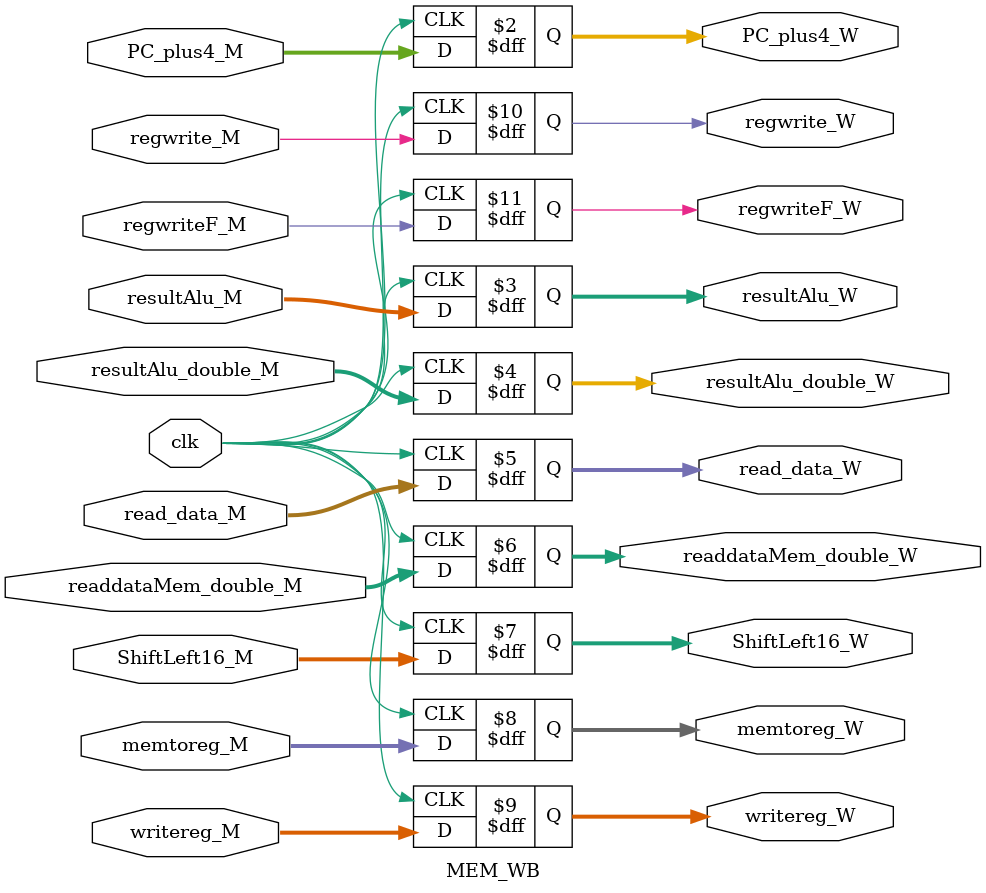
<source format=sv>
module MEM_WB (PC_plus4_W, resultAlu_W, resultAlu_double_W, ShiftLeft16_W, read_data_W, readdataMem_double_W, memtoreg_W, writereg_W, regwrite_W, regwriteF_W, PC_plus4_M, resultAlu_M, resultAlu_double_M, ShiftLeft16_M, read_data_M, readdataMem_double_M,  memtoreg_M, writereg_M, regwrite_M, regwriteF_M, clk);

	
  input [31:0] PC_plus4_M, resultAlu_M, resultAlu_double_M, read_data_M, ShiftLeft16_M, readdataMem_double_M; 
  input [1:0] memtoreg_M;
  input [4:0] writereg_M;
  input regwrite_M,regwriteF_M, clk; 
  
  output [31:0] PC_plus4_W, resultAlu_W, resultAlu_double_W, read_data_W , readdataMem_double_W, ShiftLeft16_W; 
  output [1:0] memtoreg_W;
  output [4:0] writereg_W;
  output regwrite_W ,regwriteF_W; 
  
  reg [31:0] PC_plus4_W, resultAlu_W, resultAlu_double_W, read_data_W,readdataMem_double_W, ShiftLeft16_W; 
  reg [1:0] memtoreg_W;
  reg [4:0] writereg_W;
  reg regwrite_W, regwriteF_W; 
  
  always @ (posedge clk)
    begin 
    	PC_plus4_W <= PC_plus4_M;
      	resultAlu_W <= resultAlu_M;
    	read_data_W <= read_data_M;
    	ShiftLeft16_W <= ShiftLeft16_M;
        memtoreg_W <= memtoreg_M;
      	writereg_W <= writereg_M;
      	regwrite_W <= regwrite_M;
        regwriteF_W <= regwriteF_M;
        resultAlu_double_W <= resultAlu_double_M;
        readdataMem_double_W <= readdataMem_double_M;
    end
  
endmodule
</source>
